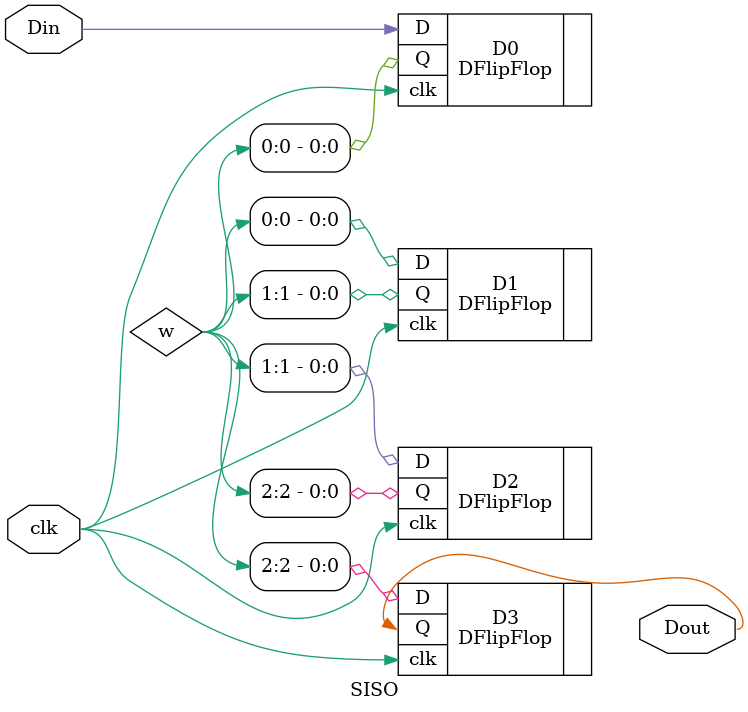
<source format=v>
`timescale 1ns / 1ps


module SISO(output Dout, input Din,clk);
wire [2:0]w;

    DFlipFlop D0(.Q(w[0]), .D(Din), .clk(clk));
    DFlipFlop D1(.Q(w[1]), .D(w[0]), .clk(clk));
    DFlipFlop D2(.Q(w[2]), .D(w[1]), .clk(clk));
    DFlipFlop D3(.Q(Dout), .D(w[2]), .clk(clk));
    
endmodule

</source>
